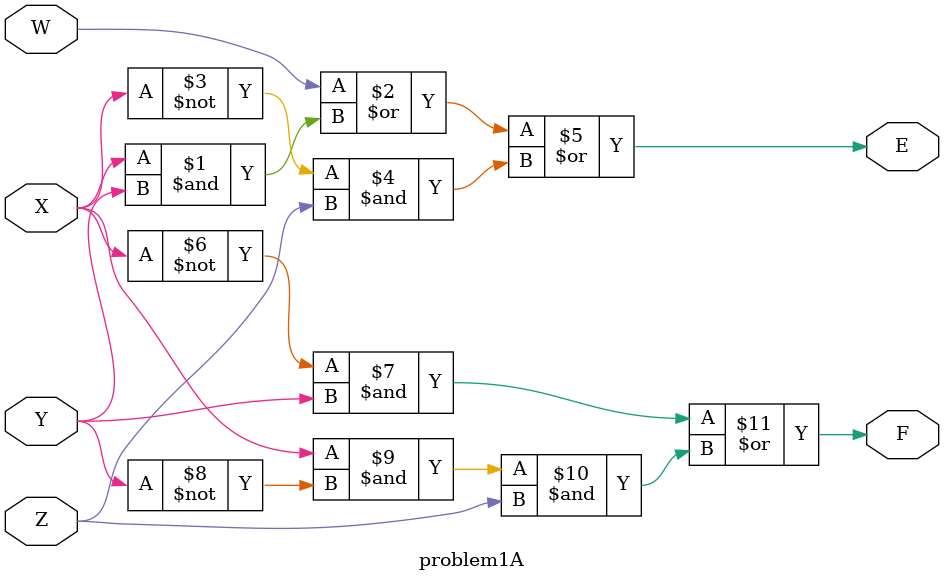
<source format=v>
module problem1A (input W, X,Y,Z, output E,F);
    assign E = W | (X&Y) | ((~X)&Z);
    assign F = ((~X)&Y) | (X&(~Y)&Z);
endmodule
</source>
